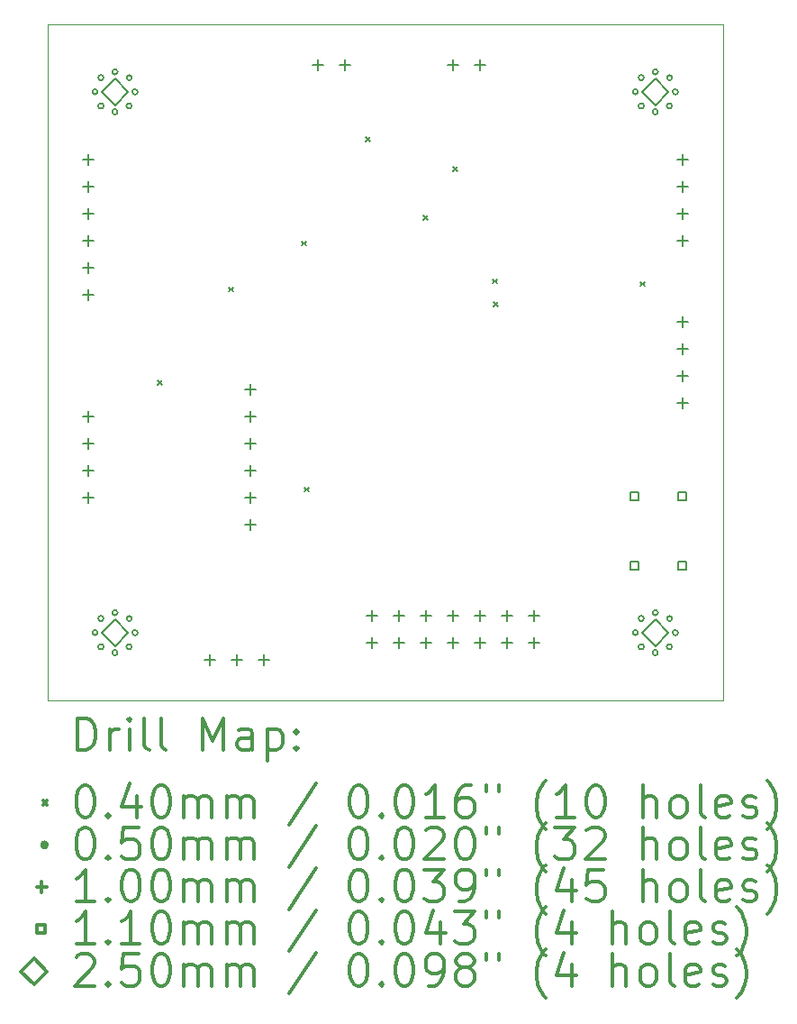
<source format=gbr>
%FSLAX45Y45*%
G04 Gerber Fmt 4.5, Leading zero omitted, Abs format (unit mm)*
G04 Created by KiCad (PCBNEW (5.1.8)-1) date 2021-07-24 22:43:36*
%MOMM*%
%LPD*%
G01*
G04 APERTURE LIST*
%TA.AperFunction,Profile*%
%ADD10C,0.050000*%
%TD*%
%ADD11C,0.200000*%
%ADD12C,0.300000*%
G04 APERTURE END LIST*
D10*
X11823700Y-11912600D02*
X11823700Y-5562600D01*
X18173700Y-11912600D02*
X11823700Y-11912600D01*
X18173700Y-5562600D02*
X18173700Y-11912600D01*
X11823700Y-5562600D02*
X18173700Y-5562600D01*
D11*
X12857800Y-8908100D02*
X12897800Y-8948100D01*
X12897800Y-8908100D02*
X12857800Y-8948100D01*
X13530900Y-8031800D02*
X13570900Y-8071800D01*
X13570900Y-8031800D02*
X13530900Y-8071800D01*
X14216700Y-7600000D02*
X14256700Y-7640000D01*
X14256700Y-7600000D02*
X14216700Y-7640000D01*
X14242100Y-9911400D02*
X14282100Y-9951400D01*
X14282100Y-9911400D02*
X14242100Y-9951400D01*
X14813600Y-6622100D02*
X14853600Y-6662100D01*
X14853600Y-6622100D02*
X14813600Y-6662100D01*
X15359700Y-7358700D02*
X15399700Y-7398700D01*
X15399700Y-7358700D02*
X15359700Y-7398700D01*
X15639100Y-6901500D02*
X15679100Y-6941500D01*
X15679100Y-6901500D02*
X15639100Y-6941500D01*
X16007400Y-7955600D02*
X16047400Y-7995600D01*
X16047400Y-7955600D02*
X16007400Y-7995600D01*
X16020100Y-8171500D02*
X16060100Y-8211500D01*
X16060100Y-8171500D02*
X16020100Y-8211500D01*
X17398050Y-7981000D02*
X17438050Y-8021000D01*
X17438050Y-7981000D02*
X17398050Y-8021000D01*
X17376200Y-6197600D02*
G75*
G03*
X17376200Y-6197600I-25000J0D01*
G01*
X17431118Y-6065017D02*
G75*
G03*
X17431118Y-6065017I-25000J0D01*
G01*
X17431118Y-6330182D02*
G75*
G03*
X17431118Y-6330182I-25000J0D01*
G01*
X17563700Y-6010100D02*
G75*
G03*
X17563700Y-6010100I-25000J0D01*
G01*
X17563700Y-6385100D02*
G75*
G03*
X17563700Y-6385100I-25000J0D01*
G01*
X17696283Y-6065017D02*
G75*
G03*
X17696283Y-6065017I-25000J0D01*
G01*
X17696283Y-6330182D02*
G75*
G03*
X17696283Y-6330182I-25000J0D01*
G01*
X17751200Y-6197600D02*
G75*
G03*
X17751200Y-6197600I-25000J0D01*
G01*
X12296200Y-6197600D02*
G75*
G03*
X12296200Y-6197600I-25000J0D01*
G01*
X12351117Y-6065017D02*
G75*
G03*
X12351117Y-6065017I-25000J0D01*
G01*
X12351117Y-6330182D02*
G75*
G03*
X12351117Y-6330182I-25000J0D01*
G01*
X12483700Y-6010100D02*
G75*
G03*
X12483700Y-6010100I-25000J0D01*
G01*
X12483700Y-6385100D02*
G75*
G03*
X12483700Y-6385100I-25000J0D01*
G01*
X12616282Y-6065017D02*
G75*
G03*
X12616282Y-6065017I-25000J0D01*
G01*
X12616282Y-6330182D02*
G75*
G03*
X12616282Y-6330182I-25000J0D01*
G01*
X12671200Y-6197600D02*
G75*
G03*
X12671200Y-6197600I-25000J0D01*
G01*
X17376200Y-11277600D02*
G75*
G03*
X17376200Y-11277600I-25000J0D01*
G01*
X17431118Y-11145018D02*
G75*
G03*
X17431118Y-11145018I-25000J0D01*
G01*
X17431118Y-11410182D02*
G75*
G03*
X17431118Y-11410182I-25000J0D01*
G01*
X17563700Y-11090100D02*
G75*
G03*
X17563700Y-11090100I-25000J0D01*
G01*
X17563700Y-11465100D02*
G75*
G03*
X17563700Y-11465100I-25000J0D01*
G01*
X17696283Y-11145018D02*
G75*
G03*
X17696283Y-11145018I-25000J0D01*
G01*
X17696283Y-11410182D02*
G75*
G03*
X17696283Y-11410182I-25000J0D01*
G01*
X17751200Y-11277600D02*
G75*
G03*
X17751200Y-11277600I-25000J0D01*
G01*
X12296200Y-11277600D02*
G75*
G03*
X12296200Y-11277600I-25000J0D01*
G01*
X12351117Y-11145018D02*
G75*
G03*
X12351117Y-11145018I-25000J0D01*
G01*
X12351117Y-11410182D02*
G75*
G03*
X12351117Y-11410182I-25000J0D01*
G01*
X12483700Y-11090100D02*
G75*
G03*
X12483700Y-11090100I-25000J0D01*
G01*
X12483700Y-11465100D02*
G75*
G03*
X12483700Y-11465100I-25000J0D01*
G01*
X12616282Y-11145018D02*
G75*
G03*
X12616282Y-11145018I-25000J0D01*
G01*
X12616282Y-11410182D02*
G75*
G03*
X12616282Y-11410182I-25000J0D01*
G01*
X12671200Y-11277600D02*
G75*
G03*
X12671200Y-11277600I-25000J0D01*
G01*
X13728700Y-8941600D02*
X13728700Y-9041600D01*
X13678700Y-8991600D02*
X13778700Y-8991600D01*
X13728700Y-9195600D02*
X13728700Y-9295600D01*
X13678700Y-9245600D02*
X13778700Y-9245600D01*
X13728700Y-9449600D02*
X13728700Y-9549600D01*
X13678700Y-9499600D02*
X13778700Y-9499600D01*
X13728700Y-9703600D02*
X13728700Y-9803600D01*
X13678700Y-9753600D02*
X13778700Y-9753600D01*
X13728700Y-9957600D02*
X13728700Y-10057600D01*
X13678700Y-10007600D02*
X13778700Y-10007600D01*
X13728700Y-10211600D02*
X13728700Y-10311600D01*
X13678700Y-10261600D02*
X13778700Y-10261600D01*
X15633700Y-5893600D02*
X15633700Y-5993600D01*
X15583700Y-5943600D02*
X15683700Y-5943600D01*
X15887700Y-5893600D02*
X15887700Y-5993600D01*
X15837700Y-5943600D02*
X15937700Y-5943600D01*
X12204700Y-6782600D02*
X12204700Y-6882600D01*
X12154700Y-6832600D02*
X12254700Y-6832600D01*
X12204700Y-7036600D02*
X12204700Y-7136600D01*
X12154700Y-7086600D02*
X12254700Y-7086600D01*
X12204700Y-7290600D02*
X12204700Y-7390600D01*
X12154700Y-7340600D02*
X12254700Y-7340600D01*
X12204700Y-7544600D02*
X12204700Y-7644600D01*
X12154700Y-7594600D02*
X12254700Y-7594600D01*
X12204700Y-7798600D02*
X12204700Y-7898600D01*
X12154700Y-7848600D02*
X12254700Y-7848600D01*
X12204700Y-8052600D02*
X12204700Y-8152600D01*
X12154700Y-8102600D02*
X12254700Y-8102600D01*
X17792700Y-8306600D02*
X17792700Y-8406600D01*
X17742700Y-8356600D02*
X17842700Y-8356600D01*
X17792700Y-8560600D02*
X17792700Y-8660600D01*
X17742700Y-8610600D02*
X17842700Y-8610600D01*
X17792700Y-8814600D02*
X17792700Y-8914600D01*
X17742700Y-8864600D02*
X17842700Y-8864600D01*
X17792700Y-9068600D02*
X17792700Y-9168600D01*
X17742700Y-9118600D02*
X17842700Y-9118600D01*
X13347700Y-11481600D02*
X13347700Y-11581600D01*
X13297700Y-11531600D02*
X13397700Y-11531600D01*
X13601700Y-11481600D02*
X13601700Y-11581600D01*
X13551700Y-11531600D02*
X13651700Y-11531600D01*
X13855700Y-11481600D02*
X13855700Y-11581600D01*
X13805700Y-11531600D02*
X13905700Y-11531600D01*
X14363700Y-5893600D02*
X14363700Y-5993600D01*
X14313700Y-5943600D02*
X14413700Y-5943600D01*
X14617700Y-5893600D02*
X14617700Y-5993600D01*
X14567700Y-5943600D02*
X14667700Y-5943600D01*
X17792700Y-6782600D02*
X17792700Y-6882600D01*
X17742700Y-6832600D02*
X17842700Y-6832600D01*
X17792700Y-7036600D02*
X17792700Y-7136600D01*
X17742700Y-7086600D02*
X17842700Y-7086600D01*
X17792700Y-7290600D02*
X17792700Y-7390600D01*
X17742700Y-7340600D02*
X17842700Y-7340600D01*
X17792700Y-7544600D02*
X17792700Y-7644600D01*
X17742700Y-7594600D02*
X17842700Y-7594600D01*
X12204700Y-9195600D02*
X12204700Y-9295600D01*
X12154700Y-9245600D02*
X12254700Y-9245600D01*
X12204700Y-9449600D02*
X12204700Y-9549600D01*
X12154700Y-9499600D02*
X12254700Y-9499600D01*
X12204700Y-9703600D02*
X12204700Y-9803600D01*
X12154700Y-9753600D02*
X12254700Y-9753600D01*
X12204700Y-9957600D02*
X12204700Y-10057600D01*
X12154700Y-10007600D02*
X12254700Y-10007600D01*
X14871700Y-11068850D02*
X14871700Y-11168850D01*
X14821700Y-11118850D02*
X14921700Y-11118850D01*
X14871700Y-11322850D02*
X14871700Y-11422850D01*
X14821700Y-11372850D02*
X14921700Y-11372850D01*
X15125700Y-11068850D02*
X15125700Y-11168850D01*
X15075700Y-11118850D02*
X15175700Y-11118850D01*
X15125700Y-11322850D02*
X15125700Y-11422850D01*
X15075700Y-11372850D02*
X15175700Y-11372850D01*
X15379700Y-11068850D02*
X15379700Y-11168850D01*
X15329700Y-11118850D02*
X15429700Y-11118850D01*
X15379700Y-11322850D02*
X15379700Y-11422850D01*
X15329700Y-11372850D02*
X15429700Y-11372850D01*
X15633700Y-11068850D02*
X15633700Y-11168850D01*
X15583700Y-11118850D02*
X15683700Y-11118850D01*
X15633700Y-11322850D02*
X15633700Y-11422850D01*
X15583700Y-11372850D02*
X15683700Y-11372850D01*
X15887700Y-11068850D02*
X15887700Y-11168850D01*
X15837700Y-11118850D02*
X15937700Y-11118850D01*
X15887700Y-11322850D02*
X15887700Y-11422850D01*
X15837700Y-11372850D02*
X15937700Y-11372850D01*
X16141700Y-11068850D02*
X16141700Y-11168850D01*
X16091700Y-11118850D02*
X16191700Y-11118850D01*
X16141700Y-11322850D02*
X16141700Y-11422850D01*
X16091700Y-11372850D02*
X16191700Y-11372850D01*
X16395700Y-11068850D02*
X16395700Y-11168850D01*
X16345700Y-11118850D02*
X16445700Y-11118850D01*
X16395700Y-11322850D02*
X16395700Y-11422850D01*
X16345700Y-11372850D02*
X16445700Y-11372850D01*
X17380741Y-10037841D02*
X17380741Y-9960059D01*
X17302959Y-9960059D01*
X17302959Y-10037841D01*
X17380741Y-10037841D01*
X17380741Y-10687841D02*
X17380741Y-10610059D01*
X17302959Y-10610059D01*
X17302959Y-10687841D01*
X17380741Y-10687841D01*
X17830741Y-10037841D02*
X17830741Y-9960059D01*
X17752959Y-9960059D01*
X17752959Y-10037841D01*
X17830741Y-10037841D01*
X17830741Y-10687841D02*
X17830741Y-10610059D01*
X17752959Y-10610059D01*
X17752959Y-10687841D01*
X17830741Y-10687841D01*
X12458700Y-11402600D02*
X12583700Y-11277600D01*
X12458700Y-11152600D01*
X12333700Y-11277600D01*
X12458700Y-11402600D01*
X17538700Y-6322600D02*
X17663700Y-6197600D01*
X17538700Y-6072600D01*
X17413700Y-6197600D01*
X17538700Y-6322600D01*
X12458700Y-6322600D02*
X12583700Y-6197600D01*
X12458700Y-6072600D01*
X12333700Y-6197600D01*
X12458700Y-6322600D01*
X17538700Y-11402600D02*
X17663700Y-11277600D01*
X17538700Y-11152600D01*
X17413700Y-11277600D01*
X17538700Y-11402600D01*
D12*
X12107628Y-12380814D02*
X12107628Y-12080814D01*
X12179057Y-12080814D01*
X12221914Y-12095100D01*
X12250486Y-12123671D01*
X12264771Y-12152243D01*
X12279057Y-12209386D01*
X12279057Y-12252243D01*
X12264771Y-12309386D01*
X12250486Y-12337957D01*
X12221914Y-12366529D01*
X12179057Y-12380814D01*
X12107628Y-12380814D01*
X12407628Y-12380814D02*
X12407628Y-12180814D01*
X12407628Y-12237957D02*
X12421914Y-12209386D01*
X12436200Y-12195100D01*
X12464771Y-12180814D01*
X12493343Y-12180814D01*
X12593343Y-12380814D02*
X12593343Y-12180814D01*
X12593343Y-12080814D02*
X12579057Y-12095100D01*
X12593343Y-12109386D01*
X12607628Y-12095100D01*
X12593343Y-12080814D01*
X12593343Y-12109386D01*
X12779057Y-12380814D02*
X12750486Y-12366529D01*
X12736200Y-12337957D01*
X12736200Y-12080814D01*
X12936200Y-12380814D02*
X12907628Y-12366529D01*
X12893343Y-12337957D01*
X12893343Y-12080814D01*
X13279057Y-12380814D02*
X13279057Y-12080814D01*
X13379057Y-12295100D01*
X13479057Y-12080814D01*
X13479057Y-12380814D01*
X13750486Y-12380814D02*
X13750486Y-12223671D01*
X13736200Y-12195100D01*
X13707628Y-12180814D01*
X13650486Y-12180814D01*
X13621914Y-12195100D01*
X13750486Y-12366529D02*
X13721914Y-12380814D01*
X13650486Y-12380814D01*
X13621914Y-12366529D01*
X13607628Y-12337957D01*
X13607628Y-12309386D01*
X13621914Y-12280814D01*
X13650486Y-12266529D01*
X13721914Y-12266529D01*
X13750486Y-12252243D01*
X13893343Y-12180814D02*
X13893343Y-12480814D01*
X13893343Y-12195100D02*
X13921914Y-12180814D01*
X13979057Y-12180814D01*
X14007628Y-12195100D01*
X14021914Y-12209386D01*
X14036200Y-12237957D01*
X14036200Y-12323671D01*
X14021914Y-12352243D01*
X14007628Y-12366529D01*
X13979057Y-12380814D01*
X13921914Y-12380814D01*
X13893343Y-12366529D01*
X14164771Y-12352243D02*
X14179057Y-12366529D01*
X14164771Y-12380814D01*
X14150486Y-12366529D01*
X14164771Y-12352243D01*
X14164771Y-12380814D01*
X14164771Y-12195100D02*
X14179057Y-12209386D01*
X14164771Y-12223671D01*
X14150486Y-12209386D01*
X14164771Y-12195100D01*
X14164771Y-12223671D01*
X11781200Y-12855100D02*
X11821200Y-12895100D01*
X11821200Y-12855100D02*
X11781200Y-12895100D01*
X12164771Y-12710814D02*
X12193343Y-12710814D01*
X12221914Y-12725100D01*
X12236200Y-12739386D01*
X12250486Y-12767957D01*
X12264771Y-12825100D01*
X12264771Y-12896529D01*
X12250486Y-12953671D01*
X12236200Y-12982243D01*
X12221914Y-12996529D01*
X12193343Y-13010814D01*
X12164771Y-13010814D01*
X12136200Y-12996529D01*
X12121914Y-12982243D01*
X12107628Y-12953671D01*
X12093343Y-12896529D01*
X12093343Y-12825100D01*
X12107628Y-12767957D01*
X12121914Y-12739386D01*
X12136200Y-12725100D01*
X12164771Y-12710814D01*
X12393343Y-12982243D02*
X12407628Y-12996529D01*
X12393343Y-13010814D01*
X12379057Y-12996529D01*
X12393343Y-12982243D01*
X12393343Y-13010814D01*
X12664771Y-12810814D02*
X12664771Y-13010814D01*
X12593343Y-12696529D02*
X12521914Y-12910814D01*
X12707628Y-12910814D01*
X12879057Y-12710814D02*
X12907628Y-12710814D01*
X12936200Y-12725100D01*
X12950486Y-12739386D01*
X12964771Y-12767957D01*
X12979057Y-12825100D01*
X12979057Y-12896529D01*
X12964771Y-12953671D01*
X12950486Y-12982243D01*
X12936200Y-12996529D01*
X12907628Y-13010814D01*
X12879057Y-13010814D01*
X12850486Y-12996529D01*
X12836200Y-12982243D01*
X12821914Y-12953671D01*
X12807628Y-12896529D01*
X12807628Y-12825100D01*
X12821914Y-12767957D01*
X12836200Y-12739386D01*
X12850486Y-12725100D01*
X12879057Y-12710814D01*
X13107628Y-13010814D02*
X13107628Y-12810814D01*
X13107628Y-12839386D02*
X13121914Y-12825100D01*
X13150486Y-12810814D01*
X13193343Y-12810814D01*
X13221914Y-12825100D01*
X13236200Y-12853671D01*
X13236200Y-13010814D01*
X13236200Y-12853671D02*
X13250486Y-12825100D01*
X13279057Y-12810814D01*
X13321914Y-12810814D01*
X13350486Y-12825100D01*
X13364771Y-12853671D01*
X13364771Y-13010814D01*
X13507628Y-13010814D02*
X13507628Y-12810814D01*
X13507628Y-12839386D02*
X13521914Y-12825100D01*
X13550486Y-12810814D01*
X13593343Y-12810814D01*
X13621914Y-12825100D01*
X13636200Y-12853671D01*
X13636200Y-13010814D01*
X13636200Y-12853671D02*
X13650486Y-12825100D01*
X13679057Y-12810814D01*
X13721914Y-12810814D01*
X13750486Y-12825100D01*
X13764771Y-12853671D01*
X13764771Y-13010814D01*
X14350486Y-12696529D02*
X14093343Y-13082243D01*
X14736200Y-12710814D02*
X14764771Y-12710814D01*
X14793343Y-12725100D01*
X14807628Y-12739386D01*
X14821914Y-12767957D01*
X14836200Y-12825100D01*
X14836200Y-12896529D01*
X14821914Y-12953671D01*
X14807628Y-12982243D01*
X14793343Y-12996529D01*
X14764771Y-13010814D01*
X14736200Y-13010814D01*
X14707628Y-12996529D01*
X14693343Y-12982243D01*
X14679057Y-12953671D01*
X14664771Y-12896529D01*
X14664771Y-12825100D01*
X14679057Y-12767957D01*
X14693343Y-12739386D01*
X14707628Y-12725100D01*
X14736200Y-12710814D01*
X14964771Y-12982243D02*
X14979057Y-12996529D01*
X14964771Y-13010814D01*
X14950486Y-12996529D01*
X14964771Y-12982243D01*
X14964771Y-13010814D01*
X15164771Y-12710814D02*
X15193343Y-12710814D01*
X15221914Y-12725100D01*
X15236200Y-12739386D01*
X15250486Y-12767957D01*
X15264771Y-12825100D01*
X15264771Y-12896529D01*
X15250486Y-12953671D01*
X15236200Y-12982243D01*
X15221914Y-12996529D01*
X15193343Y-13010814D01*
X15164771Y-13010814D01*
X15136200Y-12996529D01*
X15121914Y-12982243D01*
X15107628Y-12953671D01*
X15093343Y-12896529D01*
X15093343Y-12825100D01*
X15107628Y-12767957D01*
X15121914Y-12739386D01*
X15136200Y-12725100D01*
X15164771Y-12710814D01*
X15550486Y-13010814D02*
X15379057Y-13010814D01*
X15464771Y-13010814D02*
X15464771Y-12710814D01*
X15436200Y-12753671D01*
X15407628Y-12782243D01*
X15379057Y-12796529D01*
X15807628Y-12710814D02*
X15750486Y-12710814D01*
X15721914Y-12725100D01*
X15707628Y-12739386D01*
X15679057Y-12782243D01*
X15664771Y-12839386D01*
X15664771Y-12953671D01*
X15679057Y-12982243D01*
X15693343Y-12996529D01*
X15721914Y-13010814D01*
X15779057Y-13010814D01*
X15807628Y-12996529D01*
X15821914Y-12982243D01*
X15836200Y-12953671D01*
X15836200Y-12882243D01*
X15821914Y-12853671D01*
X15807628Y-12839386D01*
X15779057Y-12825100D01*
X15721914Y-12825100D01*
X15693343Y-12839386D01*
X15679057Y-12853671D01*
X15664771Y-12882243D01*
X15950486Y-12710814D02*
X15950486Y-12767957D01*
X16064771Y-12710814D02*
X16064771Y-12767957D01*
X16507628Y-13125100D02*
X16493343Y-13110814D01*
X16464771Y-13067957D01*
X16450486Y-13039386D01*
X16436200Y-12996529D01*
X16421914Y-12925100D01*
X16421914Y-12867957D01*
X16436200Y-12796529D01*
X16450486Y-12753671D01*
X16464771Y-12725100D01*
X16493343Y-12682243D01*
X16507628Y-12667957D01*
X16779057Y-13010814D02*
X16607628Y-13010814D01*
X16693343Y-13010814D02*
X16693343Y-12710814D01*
X16664771Y-12753671D01*
X16636200Y-12782243D01*
X16607628Y-12796529D01*
X16964771Y-12710814D02*
X16993343Y-12710814D01*
X17021914Y-12725100D01*
X17036200Y-12739386D01*
X17050486Y-12767957D01*
X17064771Y-12825100D01*
X17064771Y-12896529D01*
X17050486Y-12953671D01*
X17036200Y-12982243D01*
X17021914Y-12996529D01*
X16993343Y-13010814D01*
X16964771Y-13010814D01*
X16936200Y-12996529D01*
X16921914Y-12982243D01*
X16907628Y-12953671D01*
X16893343Y-12896529D01*
X16893343Y-12825100D01*
X16907628Y-12767957D01*
X16921914Y-12739386D01*
X16936200Y-12725100D01*
X16964771Y-12710814D01*
X17421914Y-13010814D02*
X17421914Y-12710814D01*
X17550486Y-13010814D02*
X17550486Y-12853671D01*
X17536200Y-12825100D01*
X17507628Y-12810814D01*
X17464771Y-12810814D01*
X17436200Y-12825100D01*
X17421914Y-12839386D01*
X17736200Y-13010814D02*
X17707628Y-12996529D01*
X17693343Y-12982243D01*
X17679057Y-12953671D01*
X17679057Y-12867957D01*
X17693343Y-12839386D01*
X17707628Y-12825100D01*
X17736200Y-12810814D01*
X17779057Y-12810814D01*
X17807628Y-12825100D01*
X17821914Y-12839386D01*
X17836200Y-12867957D01*
X17836200Y-12953671D01*
X17821914Y-12982243D01*
X17807628Y-12996529D01*
X17779057Y-13010814D01*
X17736200Y-13010814D01*
X18007628Y-13010814D02*
X17979057Y-12996529D01*
X17964771Y-12967957D01*
X17964771Y-12710814D01*
X18236200Y-12996529D02*
X18207628Y-13010814D01*
X18150486Y-13010814D01*
X18121914Y-12996529D01*
X18107628Y-12967957D01*
X18107628Y-12853671D01*
X18121914Y-12825100D01*
X18150486Y-12810814D01*
X18207628Y-12810814D01*
X18236200Y-12825100D01*
X18250486Y-12853671D01*
X18250486Y-12882243D01*
X18107628Y-12910814D01*
X18364771Y-12996529D02*
X18393343Y-13010814D01*
X18450486Y-13010814D01*
X18479057Y-12996529D01*
X18493343Y-12967957D01*
X18493343Y-12953671D01*
X18479057Y-12925100D01*
X18450486Y-12910814D01*
X18407628Y-12910814D01*
X18379057Y-12896529D01*
X18364771Y-12867957D01*
X18364771Y-12853671D01*
X18379057Y-12825100D01*
X18407628Y-12810814D01*
X18450486Y-12810814D01*
X18479057Y-12825100D01*
X18593343Y-13125100D02*
X18607628Y-13110814D01*
X18636200Y-13067957D01*
X18650486Y-13039386D01*
X18664771Y-12996529D01*
X18679057Y-12925100D01*
X18679057Y-12867957D01*
X18664771Y-12796529D01*
X18650486Y-12753671D01*
X18636200Y-12725100D01*
X18607628Y-12682243D01*
X18593343Y-12667957D01*
X11821200Y-13271100D02*
G75*
G03*
X11821200Y-13271100I-25000J0D01*
G01*
X12164771Y-13106814D02*
X12193343Y-13106814D01*
X12221914Y-13121100D01*
X12236200Y-13135386D01*
X12250486Y-13163957D01*
X12264771Y-13221100D01*
X12264771Y-13292529D01*
X12250486Y-13349671D01*
X12236200Y-13378243D01*
X12221914Y-13392529D01*
X12193343Y-13406814D01*
X12164771Y-13406814D01*
X12136200Y-13392529D01*
X12121914Y-13378243D01*
X12107628Y-13349671D01*
X12093343Y-13292529D01*
X12093343Y-13221100D01*
X12107628Y-13163957D01*
X12121914Y-13135386D01*
X12136200Y-13121100D01*
X12164771Y-13106814D01*
X12393343Y-13378243D02*
X12407628Y-13392529D01*
X12393343Y-13406814D01*
X12379057Y-13392529D01*
X12393343Y-13378243D01*
X12393343Y-13406814D01*
X12679057Y-13106814D02*
X12536200Y-13106814D01*
X12521914Y-13249671D01*
X12536200Y-13235386D01*
X12564771Y-13221100D01*
X12636200Y-13221100D01*
X12664771Y-13235386D01*
X12679057Y-13249671D01*
X12693343Y-13278243D01*
X12693343Y-13349671D01*
X12679057Y-13378243D01*
X12664771Y-13392529D01*
X12636200Y-13406814D01*
X12564771Y-13406814D01*
X12536200Y-13392529D01*
X12521914Y-13378243D01*
X12879057Y-13106814D02*
X12907628Y-13106814D01*
X12936200Y-13121100D01*
X12950486Y-13135386D01*
X12964771Y-13163957D01*
X12979057Y-13221100D01*
X12979057Y-13292529D01*
X12964771Y-13349671D01*
X12950486Y-13378243D01*
X12936200Y-13392529D01*
X12907628Y-13406814D01*
X12879057Y-13406814D01*
X12850486Y-13392529D01*
X12836200Y-13378243D01*
X12821914Y-13349671D01*
X12807628Y-13292529D01*
X12807628Y-13221100D01*
X12821914Y-13163957D01*
X12836200Y-13135386D01*
X12850486Y-13121100D01*
X12879057Y-13106814D01*
X13107628Y-13406814D02*
X13107628Y-13206814D01*
X13107628Y-13235386D02*
X13121914Y-13221100D01*
X13150486Y-13206814D01*
X13193343Y-13206814D01*
X13221914Y-13221100D01*
X13236200Y-13249671D01*
X13236200Y-13406814D01*
X13236200Y-13249671D02*
X13250486Y-13221100D01*
X13279057Y-13206814D01*
X13321914Y-13206814D01*
X13350486Y-13221100D01*
X13364771Y-13249671D01*
X13364771Y-13406814D01*
X13507628Y-13406814D02*
X13507628Y-13206814D01*
X13507628Y-13235386D02*
X13521914Y-13221100D01*
X13550486Y-13206814D01*
X13593343Y-13206814D01*
X13621914Y-13221100D01*
X13636200Y-13249671D01*
X13636200Y-13406814D01*
X13636200Y-13249671D02*
X13650486Y-13221100D01*
X13679057Y-13206814D01*
X13721914Y-13206814D01*
X13750486Y-13221100D01*
X13764771Y-13249671D01*
X13764771Y-13406814D01*
X14350486Y-13092529D02*
X14093343Y-13478243D01*
X14736200Y-13106814D02*
X14764771Y-13106814D01*
X14793343Y-13121100D01*
X14807628Y-13135386D01*
X14821914Y-13163957D01*
X14836200Y-13221100D01*
X14836200Y-13292529D01*
X14821914Y-13349671D01*
X14807628Y-13378243D01*
X14793343Y-13392529D01*
X14764771Y-13406814D01*
X14736200Y-13406814D01*
X14707628Y-13392529D01*
X14693343Y-13378243D01*
X14679057Y-13349671D01*
X14664771Y-13292529D01*
X14664771Y-13221100D01*
X14679057Y-13163957D01*
X14693343Y-13135386D01*
X14707628Y-13121100D01*
X14736200Y-13106814D01*
X14964771Y-13378243D02*
X14979057Y-13392529D01*
X14964771Y-13406814D01*
X14950486Y-13392529D01*
X14964771Y-13378243D01*
X14964771Y-13406814D01*
X15164771Y-13106814D02*
X15193343Y-13106814D01*
X15221914Y-13121100D01*
X15236200Y-13135386D01*
X15250486Y-13163957D01*
X15264771Y-13221100D01*
X15264771Y-13292529D01*
X15250486Y-13349671D01*
X15236200Y-13378243D01*
X15221914Y-13392529D01*
X15193343Y-13406814D01*
X15164771Y-13406814D01*
X15136200Y-13392529D01*
X15121914Y-13378243D01*
X15107628Y-13349671D01*
X15093343Y-13292529D01*
X15093343Y-13221100D01*
X15107628Y-13163957D01*
X15121914Y-13135386D01*
X15136200Y-13121100D01*
X15164771Y-13106814D01*
X15379057Y-13135386D02*
X15393343Y-13121100D01*
X15421914Y-13106814D01*
X15493343Y-13106814D01*
X15521914Y-13121100D01*
X15536200Y-13135386D01*
X15550486Y-13163957D01*
X15550486Y-13192529D01*
X15536200Y-13235386D01*
X15364771Y-13406814D01*
X15550486Y-13406814D01*
X15736200Y-13106814D02*
X15764771Y-13106814D01*
X15793343Y-13121100D01*
X15807628Y-13135386D01*
X15821914Y-13163957D01*
X15836200Y-13221100D01*
X15836200Y-13292529D01*
X15821914Y-13349671D01*
X15807628Y-13378243D01*
X15793343Y-13392529D01*
X15764771Y-13406814D01*
X15736200Y-13406814D01*
X15707628Y-13392529D01*
X15693343Y-13378243D01*
X15679057Y-13349671D01*
X15664771Y-13292529D01*
X15664771Y-13221100D01*
X15679057Y-13163957D01*
X15693343Y-13135386D01*
X15707628Y-13121100D01*
X15736200Y-13106814D01*
X15950486Y-13106814D02*
X15950486Y-13163957D01*
X16064771Y-13106814D02*
X16064771Y-13163957D01*
X16507628Y-13521100D02*
X16493343Y-13506814D01*
X16464771Y-13463957D01*
X16450486Y-13435386D01*
X16436200Y-13392529D01*
X16421914Y-13321100D01*
X16421914Y-13263957D01*
X16436200Y-13192529D01*
X16450486Y-13149671D01*
X16464771Y-13121100D01*
X16493343Y-13078243D01*
X16507628Y-13063957D01*
X16593343Y-13106814D02*
X16779057Y-13106814D01*
X16679057Y-13221100D01*
X16721914Y-13221100D01*
X16750486Y-13235386D01*
X16764771Y-13249671D01*
X16779057Y-13278243D01*
X16779057Y-13349671D01*
X16764771Y-13378243D01*
X16750486Y-13392529D01*
X16721914Y-13406814D01*
X16636200Y-13406814D01*
X16607628Y-13392529D01*
X16593343Y-13378243D01*
X16893343Y-13135386D02*
X16907628Y-13121100D01*
X16936200Y-13106814D01*
X17007628Y-13106814D01*
X17036200Y-13121100D01*
X17050486Y-13135386D01*
X17064771Y-13163957D01*
X17064771Y-13192529D01*
X17050486Y-13235386D01*
X16879057Y-13406814D01*
X17064771Y-13406814D01*
X17421914Y-13406814D02*
X17421914Y-13106814D01*
X17550486Y-13406814D02*
X17550486Y-13249671D01*
X17536200Y-13221100D01*
X17507628Y-13206814D01*
X17464771Y-13206814D01*
X17436200Y-13221100D01*
X17421914Y-13235386D01*
X17736200Y-13406814D02*
X17707628Y-13392529D01*
X17693343Y-13378243D01*
X17679057Y-13349671D01*
X17679057Y-13263957D01*
X17693343Y-13235386D01*
X17707628Y-13221100D01*
X17736200Y-13206814D01*
X17779057Y-13206814D01*
X17807628Y-13221100D01*
X17821914Y-13235386D01*
X17836200Y-13263957D01*
X17836200Y-13349671D01*
X17821914Y-13378243D01*
X17807628Y-13392529D01*
X17779057Y-13406814D01*
X17736200Y-13406814D01*
X18007628Y-13406814D02*
X17979057Y-13392529D01*
X17964771Y-13363957D01*
X17964771Y-13106814D01*
X18236200Y-13392529D02*
X18207628Y-13406814D01*
X18150486Y-13406814D01*
X18121914Y-13392529D01*
X18107628Y-13363957D01*
X18107628Y-13249671D01*
X18121914Y-13221100D01*
X18150486Y-13206814D01*
X18207628Y-13206814D01*
X18236200Y-13221100D01*
X18250486Y-13249671D01*
X18250486Y-13278243D01*
X18107628Y-13306814D01*
X18364771Y-13392529D02*
X18393343Y-13406814D01*
X18450486Y-13406814D01*
X18479057Y-13392529D01*
X18493343Y-13363957D01*
X18493343Y-13349671D01*
X18479057Y-13321100D01*
X18450486Y-13306814D01*
X18407628Y-13306814D01*
X18379057Y-13292529D01*
X18364771Y-13263957D01*
X18364771Y-13249671D01*
X18379057Y-13221100D01*
X18407628Y-13206814D01*
X18450486Y-13206814D01*
X18479057Y-13221100D01*
X18593343Y-13521100D02*
X18607628Y-13506814D01*
X18636200Y-13463957D01*
X18650486Y-13435386D01*
X18664771Y-13392529D01*
X18679057Y-13321100D01*
X18679057Y-13263957D01*
X18664771Y-13192529D01*
X18650486Y-13149671D01*
X18636200Y-13121100D01*
X18607628Y-13078243D01*
X18593343Y-13063957D01*
X11771200Y-13617100D02*
X11771200Y-13717100D01*
X11721200Y-13667100D02*
X11821200Y-13667100D01*
X12264771Y-13802814D02*
X12093343Y-13802814D01*
X12179057Y-13802814D02*
X12179057Y-13502814D01*
X12150486Y-13545671D01*
X12121914Y-13574243D01*
X12093343Y-13588529D01*
X12393343Y-13774243D02*
X12407628Y-13788529D01*
X12393343Y-13802814D01*
X12379057Y-13788529D01*
X12393343Y-13774243D01*
X12393343Y-13802814D01*
X12593343Y-13502814D02*
X12621914Y-13502814D01*
X12650486Y-13517100D01*
X12664771Y-13531386D01*
X12679057Y-13559957D01*
X12693343Y-13617100D01*
X12693343Y-13688529D01*
X12679057Y-13745671D01*
X12664771Y-13774243D01*
X12650486Y-13788529D01*
X12621914Y-13802814D01*
X12593343Y-13802814D01*
X12564771Y-13788529D01*
X12550486Y-13774243D01*
X12536200Y-13745671D01*
X12521914Y-13688529D01*
X12521914Y-13617100D01*
X12536200Y-13559957D01*
X12550486Y-13531386D01*
X12564771Y-13517100D01*
X12593343Y-13502814D01*
X12879057Y-13502814D02*
X12907628Y-13502814D01*
X12936200Y-13517100D01*
X12950486Y-13531386D01*
X12964771Y-13559957D01*
X12979057Y-13617100D01*
X12979057Y-13688529D01*
X12964771Y-13745671D01*
X12950486Y-13774243D01*
X12936200Y-13788529D01*
X12907628Y-13802814D01*
X12879057Y-13802814D01*
X12850486Y-13788529D01*
X12836200Y-13774243D01*
X12821914Y-13745671D01*
X12807628Y-13688529D01*
X12807628Y-13617100D01*
X12821914Y-13559957D01*
X12836200Y-13531386D01*
X12850486Y-13517100D01*
X12879057Y-13502814D01*
X13107628Y-13802814D02*
X13107628Y-13602814D01*
X13107628Y-13631386D02*
X13121914Y-13617100D01*
X13150486Y-13602814D01*
X13193343Y-13602814D01*
X13221914Y-13617100D01*
X13236200Y-13645671D01*
X13236200Y-13802814D01*
X13236200Y-13645671D02*
X13250486Y-13617100D01*
X13279057Y-13602814D01*
X13321914Y-13602814D01*
X13350486Y-13617100D01*
X13364771Y-13645671D01*
X13364771Y-13802814D01*
X13507628Y-13802814D02*
X13507628Y-13602814D01*
X13507628Y-13631386D02*
X13521914Y-13617100D01*
X13550486Y-13602814D01*
X13593343Y-13602814D01*
X13621914Y-13617100D01*
X13636200Y-13645671D01*
X13636200Y-13802814D01*
X13636200Y-13645671D02*
X13650486Y-13617100D01*
X13679057Y-13602814D01*
X13721914Y-13602814D01*
X13750486Y-13617100D01*
X13764771Y-13645671D01*
X13764771Y-13802814D01*
X14350486Y-13488529D02*
X14093343Y-13874243D01*
X14736200Y-13502814D02*
X14764771Y-13502814D01*
X14793343Y-13517100D01*
X14807628Y-13531386D01*
X14821914Y-13559957D01*
X14836200Y-13617100D01*
X14836200Y-13688529D01*
X14821914Y-13745671D01*
X14807628Y-13774243D01*
X14793343Y-13788529D01*
X14764771Y-13802814D01*
X14736200Y-13802814D01*
X14707628Y-13788529D01*
X14693343Y-13774243D01*
X14679057Y-13745671D01*
X14664771Y-13688529D01*
X14664771Y-13617100D01*
X14679057Y-13559957D01*
X14693343Y-13531386D01*
X14707628Y-13517100D01*
X14736200Y-13502814D01*
X14964771Y-13774243D02*
X14979057Y-13788529D01*
X14964771Y-13802814D01*
X14950486Y-13788529D01*
X14964771Y-13774243D01*
X14964771Y-13802814D01*
X15164771Y-13502814D02*
X15193343Y-13502814D01*
X15221914Y-13517100D01*
X15236200Y-13531386D01*
X15250486Y-13559957D01*
X15264771Y-13617100D01*
X15264771Y-13688529D01*
X15250486Y-13745671D01*
X15236200Y-13774243D01*
X15221914Y-13788529D01*
X15193343Y-13802814D01*
X15164771Y-13802814D01*
X15136200Y-13788529D01*
X15121914Y-13774243D01*
X15107628Y-13745671D01*
X15093343Y-13688529D01*
X15093343Y-13617100D01*
X15107628Y-13559957D01*
X15121914Y-13531386D01*
X15136200Y-13517100D01*
X15164771Y-13502814D01*
X15364771Y-13502814D02*
X15550486Y-13502814D01*
X15450486Y-13617100D01*
X15493343Y-13617100D01*
X15521914Y-13631386D01*
X15536200Y-13645671D01*
X15550486Y-13674243D01*
X15550486Y-13745671D01*
X15536200Y-13774243D01*
X15521914Y-13788529D01*
X15493343Y-13802814D01*
X15407628Y-13802814D01*
X15379057Y-13788529D01*
X15364771Y-13774243D01*
X15693343Y-13802814D02*
X15750486Y-13802814D01*
X15779057Y-13788529D01*
X15793343Y-13774243D01*
X15821914Y-13731386D01*
X15836200Y-13674243D01*
X15836200Y-13559957D01*
X15821914Y-13531386D01*
X15807628Y-13517100D01*
X15779057Y-13502814D01*
X15721914Y-13502814D01*
X15693343Y-13517100D01*
X15679057Y-13531386D01*
X15664771Y-13559957D01*
X15664771Y-13631386D01*
X15679057Y-13659957D01*
X15693343Y-13674243D01*
X15721914Y-13688529D01*
X15779057Y-13688529D01*
X15807628Y-13674243D01*
X15821914Y-13659957D01*
X15836200Y-13631386D01*
X15950486Y-13502814D02*
X15950486Y-13559957D01*
X16064771Y-13502814D02*
X16064771Y-13559957D01*
X16507628Y-13917100D02*
X16493343Y-13902814D01*
X16464771Y-13859957D01*
X16450486Y-13831386D01*
X16436200Y-13788529D01*
X16421914Y-13717100D01*
X16421914Y-13659957D01*
X16436200Y-13588529D01*
X16450486Y-13545671D01*
X16464771Y-13517100D01*
X16493343Y-13474243D01*
X16507628Y-13459957D01*
X16750486Y-13602814D02*
X16750486Y-13802814D01*
X16679057Y-13488529D02*
X16607628Y-13702814D01*
X16793343Y-13702814D01*
X17050486Y-13502814D02*
X16907628Y-13502814D01*
X16893343Y-13645671D01*
X16907628Y-13631386D01*
X16936200Y-13617100D01*
X17007628Y-13617100D01*
X17036200Y-13631386D01*
X17050486Y-13645671D01*
X17064771Y-13674243D01*
X17064771Y-13745671D01*
X17050486Y-13774243D01*
X17036200Y-13788529D01*
X17007628Y-13802814D01*
X16936200Y-13802814D01*
X16907628Y-13788529D01*
X16893343Y-13774243D01*
X17421914Y-13802814D02*
X17421914Y-13502814D01*
X17550486Y-13802814D02*
X17550486Y-13645671D01*
X17536200Y-13617100D01*
X17507628Y-13602814D01*
X17464771Y-13602814D01*
X17436200Y-13617100D01*
X17421914Y-13631386D01*
X17736200Y-13802814D02*
X17707628Y-13788529D01*
X17693343Y-13774243D01*
X17679057Y-13745671D01*
X17679057Y-13659957D01*
X17693343Y-13631386D01*
X17707628Y-13617100D01*
X17736200Y-13602814D01*
X17779057Y-13602814D01*
X17807628Y-13617100D01*
X17821914Y-13631386D01*
X17836200Y-13659957D01*
X17836200Y-13745671D01*
X17821914Y-13774243D01*
X17807628Y-13788529D01*
X17779057Y-13802814D01*
X17736200Y-13802814D01*
X18007628Y-13802814D02*
X17979057Y-13788529D01*
X17964771Y-13759957D01*
X17964771Y-13502814D01*
X18236200Y-13788529D02*
X18207628Y-13802814D01*
X18150486Y-13802814D01*
X18121914Y-13788529D01*
X18107628Y-13759957D01*
X18107628Y-13645671D01*
X18121914Y-13617100D01*
X18150486Y-13602814D01*
X18207628Y-13602814D01*
X18236200Y-13617100D01*
X18250486Y-13645671D01*
X18250486Y-13674243D01*
X18107628Y-13702814D01*
X18364771Y-13788529D02*
X18393343Y-13802814D01*
X18450486Y-13802814D01*
X18479057Y-13788529D01*
X18493343Y-13759957D01*
X18493343Y-13745671D01*
X18479057Y-13717100D01*
X18450486Y-13702814D01*
X18407628Y-13702814D01*
X18379057Y-13688529D01*
X18364771Y-13659957D01*
X18364771Y-13645671D01*
X18379057Y-13617100D01*
X18407628Y-13602814D01*
X18450486Y-13602814D01*
X18479057Y-13617100D01*
X18593343Y-13917100D02*
X18607628Y-13902814D01*
X18636200Y-13859957D01*
X18650486Y-13831386D01*
X18664771Y-13788529D01*
X18679057Y-13717100D01*
X18679057Y-13659957D01*
X18664771Y-13588529D01*
X18650486Y-13545671D01*
X18636200Y-13517100D01*
X18607628Y-13474243D01*
X18593343Y-13459957D01*
X11805091Y-14101991D02*
X11805091Y-14024209D01*
X11727309Y-14024209D01*
X11727309Y-14101991D01*
X11805091Y-14101991D01*
X12264771Y-14198814D02*
X12093343Y-14198814D01*
X12179057Y-14198814D02*
X12179057Y-13898814D01*
X12150486Y-13941671D01*
X12121914Y-13970243D01*
X12093343Y-13984529D01*
X12393343Y-14170243D02*
X12407628Y-14184529D01*
X12393343Y-14198814D01*
X12379057Y-14184529D01*
X12393343Y-14170243D01*
X12393343Y-14198814D01*
X12693343Y-14198814D02*
X12521914Y-14198814D01*
X12607628Y-14198814D02*
X12607628Y-13898814D01*
X12579057Y-13941671D01*
X12550486Y-13970243D01*
X12521914Y-13984529D01*
X12879057Y-13898814D02*
X12907628Y-13898814D01*
X12936200Y-13913100D01*
X12950486Y-13927386D01*
X12964771Y-13955957D01*
X12979057Y-14013100D01*
X12979057Y-14084529D01*
X12964771Y-14141671D01*
X12950486Y-14170243D01*
X12936200Y-14184529D01*
X12907628Y-14198814D01*
X12879057Y-14198814D01*
X12850486Y-14184529D01*
X12836200Y-14170243D01*
X12821914Y-14141671D01*
X12807628Y-14084529D01*
X12807628Y-14013100D01*
X12821914Y-13955957D01*
X12836200Y-13927386D01*
X12850486Y-13913100D01*
X12879057Y-13898814D01*
X13107628Y-14198814D02*
X13107628Y-13998814D01*
X13107628Y-14027386D02*
X13121914Y-14013100D01*
X13150486Y-13998814D01*
X13193343Y-13998814D01*
X13221914Y-14013100D01*
X13236200Y-14041671D01*
X13236200Y-14198814D01*
X13236200Y-14041671D02*
X13250486Y-14013100D01*
X13279057Y-13998814D01*
X13321914Y-13998814D01*
X13350486Y-14013100D01*
X13364771Y-14041671D01*
X13364771Y-14198814D01*
X13507628Y-14198814D02*
X13507628Y-13998814D01*
X13507628Y-14027386D02*
X13521914Y-14013100D01*
X13550486Y-13998814D01*
X13593343Y-13998814D01*
X13621914Y-14013100D01*
X13636200Y-14041671D01*
X13636200Y-14198814D01*
X13636200Y-14041671D02*
X13650486Y-14013100D01*
X13679057Y-13998814D01*
X13721914Y-13998814D01*
X13750486Y-14013100D01*
X13764771Y-14041671D01*
X13764771Y-14198814D01*
X14350486Y-13884529D02*
X14093343Y-14270243D01*
X14736200Y-13898814D02*
X14764771Y-13898814D01*
X14793343Y-13913100D01*
X14807628Y-13927386D01*
X14821914Y-13955957D01*
X14836200Y-14013100D01*
X14836200Y-14084529D01*
X14821914Y-14141671D01*
X14807628Y-14170243D01*
X14793343Y-14184529D01*
X14764771Y-14198814D01*
X14736200Y-14198814D01*
X14707628Y-14184529D01*
X14693343Y-14170243D01*
X14679057Y-14141671D01*
X14664771Y-14084529D01*
X14664771Y-14013100D01*
X14679057Y-13955957D01*
X14693343Y-13927386D01*
X14707628Y-13913100D01*
X14736200Y-13898814D01*
X14964771Y-14170243D02*
X14979057Y-14184529D01*
X14964771Y-14198814D01*
X14950486Y-14184529D01*
X14964771Y-14170243D01*
X14964771Y-14198814D01*
X15164771Y-13898814D02*
X15193343Y-13898814D01*
X15221914Y-13913100D01*
X15236200Y-13927386D01*
X15250486Y-13955957D01*
X15264771Y-14013100D01*
X15264771Y-14084529D01*
X15250486Y-14141671D01*
X15236200Y-14170243D01*
X15221914Y-14184529D01*
X15193343Y-14198814D01*
X15164771Y-14198814D01*
X15136200Y-14184529D01*
X15121914Y-14170243D01*
X15107628Y-14141671D01*
X15093343Y-14084529D01*
X15093343Y-14013100D01*
X15107628Y-13955957D01*
X15121914Y-13927386D01*
X15136200Y-13913100D01*
X15164771Y-13898814D01*
X15521914Y-13998814D02*
X15521914Y-14198814D01*
X15450486Y-13884529D02*
X15379057Y-14098814D01*
X15564771Y-14098814D01*
X15650486Y-13898814D02*
X15836200Y-13898814D01*
X15736200Y-14013100D01*
X15779057Y-14013100D01*
X15807628Y-14027386D01*
X15821914Y-14041671D01*
X15836200Y-14070243D01*
X15836200Y-14141671D01*
X15821914Y-14170243D01*
X15807628Y-14184529D01*
X15779057Y-14198814D01*
X15693343Y-14198814D01*
X15664771Y-14184529D01*
X15650486Y-14170243D01*
X15950486Y-13898814D02*
X15950486Y-13955957D01*
X16064771Y-13898814D02*
X16064771Y-13955957D01*
X16507628Y-14313100D02*
X16493343Y-14298814D01*
X16464771Y-14255957D01*
X16450486Y-14227386D01*
X16436200Y-14184529D01*
X16421914Y-14113100D01*
X16421914Y-14055957D01*
X16436200Y-13984529D01*
X16450486Y-13941671D01*
X16464771Y-13913100D01*
X16493343Y-13870243D01*
X16507628Y-13855957D01*
X16750486Y-13998814D02*
X16750486Y-14198814D01*
X16679057Y-13884529D02*
X16607628Y-14098814D01*
X16793343Y-14098814D01*
X17136200Y-14198814D02*
X17136200Y-13898814D01*
X17264771Y-14198814D02*
X17264771Y-14041671D01*
X17250486Y-14013100D01*
X17221914Y-13998814D01*
X17179057Y-13998814D01*
X17150486Y-14013100D01*
X17136200Y-14027386D01*
X17450486Y-14198814D02*
X17421914Y-14184529D01*
X17407628Y-14170243D01*
X17393343Y-14141671D01*
X17393343Y-14055957D01*
X17407628Y-14027386D01*
X17421914Y-14013100D01*
X17450486Y-13998814D01*
X17493343Y-13998814D01*
X17521914Y-14013100D01*
X17536200Y-14027386D01*
X17550486Y-14055957D01*
X17550486Y-14141671D01*
X17536200Y-14170243D01*
X17521914Y-14184529D01*
X17493343Y-14198814D01*
X17450486Y-14198814D01*
X17721914Y-14198814D02*
X17693343Y-14184529D01*
X17679057Y-14155957D01*
X17679057Y-13898814D01*
X17950486Y-14184529D02*
X17921914Y-14198814D01*
X17864771Y-14198814D01*
X17836200Y-14184529D01*
X17821914Y-14155957D01*
X17821914Y-14041671D01*
X17836200Y-14013100D01*
X17864771Y-13998814D01*
X17921914Y-13998814D01*
X17950486Y-14013100D01*
X17964771Y-14041671D01*
X17964771Y-14070243D01*
X17821914Y-14098814D01*
X18079057Y-14184529D02*
X18107628Y-14198814D01*
X18164771Y-14198814D01*
X18193343Y-14184529D01*
X18207628Y-14155957D01*
X18207628Y-14141671D01*
X18193343Y-14113100D01*
X18164771Y-14098814D01*
X18121914Y-14098814D01*
X18093343Y-14084529D01*
X18079057Y-14055957D01*
X18079057Y-14041671D01*
X18093343Y-14013100D01*
X18121914Y-13998814D01*
X18164771Y-13998814D01*
X18193343Y-14013100D01*
X18307628Y-14313100D02*
X18321914Y-14298814D01*
X18350486Y-14255957D01*
X18364771Y-14227386D01*
X18379057Y-14184529D01*
X18393343Y-14113100D01*
X18393343Y-14055957D01*
X18379057Y-13984529D01*
X18364771Y-13941671D01*
X18350486Y-13913100D01*
X18321914Y-13870243D01*
X18307628Y-13855957D01*
X11696200Y-14584100D02*
X11821200Y-14459100D01*
X11696200Y-14334100D01*
X11571200Y-14459100D01*
X11696200Y-14584100D01*
X12093343Y-14323386D02*
X12107628Y-14309100D01*
X12136200Y-14294814D01*
X12207628Y-14294814D01*
X12236200Y-14309100D01*
X12250486Y-14323386D01*
X12264771Y-14351957D01*
X12264771Y-14380529D01*
X12250486Y-14423386D01*
X12079057Y-14594814D01*
X12264771Y-14594814D01*
X12393343Y-14566243D02*
X12407628Y-14580529D01*
X12393343Y-14594814D01*
X12379057Y-14580529D01*
X12393343Y-14566243D01*
X12393343Y-14594814D01*
X12679057Y-14294814D02*
X12536200Y-14294814D01*
X12521914Y-14437671D01*
X12536200Y-14423386D01*
X12564771Y-14409100D01*
X12636200Y-14409100D01*
X12664771Y-14423386D01*
X12679057Y-14437671D01*
X12693343Y-14466243D01*
X12693343Y-14537671D01*
X12679057Y-14566243D01*
X12664771Y-14580529D01*
X12636200Y-14594814D01*
X12564771Y-14594814D01*
X12536200Y-14580529D01*
X12521914Y-14566243D01*
X12879057Y-14294814D02*
X12907628Y-14294814D01*
X12936200Y-14309100D01*
X12950486Y-14323386D01*
X12964771Y-14351957D01*
X12979057Y-14409100D01*
X12979057Y-14480529D01*
X12964771Y-14537671D01*
X12950486Y-14566243D01*
X12936200Y-14580529D01*
X12907628Y-14594814D01*
X12879057Y-14594814D01*
X12850486Y-14580529D01*
X12836200Y-14566243D01*
X12821914Y-14537671D01*
X12807628Y-14480529D01*
X12807628Y-14409100D01*
X12821914Y-14351957D01*
X12836200Y-14323386D01*
X12850486Y-14309100D01*
X12879057Y-14294814D01*
X13107628Y-14594814D02*
X13107628Y-14394814D01*
X13107628Y-14423386D02*
X13121914Y-14409100D01*
X13150486Y-14394814D01*
X13193343Y-14394814D01*
X13221914Y-14409100D01*
X13236200Y-14437671D01*
X13236200Y-14594814D01*
X13236200Y-14437671D02*
X13250486Y-14409100D01*
X13279057Y-14394814D01*
X13321914Y-14394814D01*
X13350486Y-14409100D01*
X13364771Y-14437671D01*
X13364771Y-14594814D01*
X13507628Y-14594814D02*
X13507628Y-14394814D01*
X13507628Y-14423386D02*
X13521914Y-14409100D01*
X13550486Y-14394814D01*
X13593343Y-14394814D01*
X13621914Y-14409100D01*
X13636200Y-14437671D01*
X13636200Y-14594814D01*
X13636200Y-14437671D02*
X13650486Y-14409100D01*
X13679057Y-14394814D01*
X13721914Y-14394814D01*
X13750486Y-14409100D01*
X13764771Y-14437671D01*
X13764771Y-14594814D01*
X14350486Y-14280529D02*
X14093343Y-14666243D01*
X14736200Y-14294814D02*
X14764771Y-14294814D01*
X14793343Y-14309100D01*
X14807628Y-14323386D01*
X14821914Y-14351957D01*
X14836200Y-14409100D01*
X14836200Y-14480529D01*
X14821914Y-14537671D01*
X14807628Y-14566243D01*
X14793343Y-14580529D01*
X14764771Y-14594814D01*
X14736200Y-14594814D01*
X14707628Y-14580529D01*
X14693343Y-14566243D01*
X14679057Y-14537671D01*
X14664771Y-14480529D01*
X14664771Y-14409100D01*
X14679057Y-14351957D01*
X14693343Y-14323386D01*
X14707628Y-14309100D01*
X14736200Y-14294814D01*
X14964771Y-14566243D02*
X14979057Y-14580529D01*
X14964771Y-14594814D01*
X14950486Y-14580529D01*
X14964771Y-14566243D01*
X14964771Y-14594814D01*
X15164771Y-14294814D02*
X15193343Y-14294814D01*
X15221914Y-14309100D01*
X15236200Y-14323386D01*
X15250486Y-14351957D01*
X15264771Y-14409100D01*
X15264771Y-14480529D01*
X15250486Y-14537671D01*
X15236200Y-14566243D01*
X15221914Y-14580529D01*
X15193343Y-14594814D01*
X15164771Y-14594814D01*
X15136200Y-14580529D01*
X15121914Y-14566243D01*
X15107628Y-14537671D01*
X15093343Y-14480529D01*
X15093343Y-14409100D01*
X15107628Y-14351957D01*
X15121914Y-14323386D01*
X15136200Y-14309100D01*
X15164771Y-14294814D01*
X15407628Y-14594814D02*
X15464771Y-14594814D01*
X15493343Y-14580529D01*
X15507628Y-14566243D01*
X15536200Y-14523386D01*
X15550486Y-14466243D01*
X15550486Y-14351957D01*
X15536200Y-14323386D01*
X15521914Y-14309100D01*
X15493343Y-14294814D01*
X15436200Y-14294814D01*
X15407628Y-14309100D01*
X15393343Y-14323386D01*
X15379057Y-14351957D01*
X15379057Y-14423386D01*
X15393343Y-14451957D01*
X15407628Y-14466243D01*
X15436200Y-14480529D01*
X15493343Y-14480529D01*
X15521914Y-14466243D01*
X15536200Y-14451957D01*
X15550486Y-14423386D01*
X15721914Y-14423386D02*
X15693343Y-14409100D01*
X15679057Y-14394814D01*
X15664771Y-14366243D01*
X15664771Y-14351957D01*
X15679057Y-14323386D01*
X15693343Y-14309100D01*
X15721914Y-14294814D01*
X15779057Y-14294814D01*
X15807628Y-14309100D01*
X15821914Y-14323386D01*
X15836200Y-14351957D01*
X15836200Y-14366243D01*
X15821914Y-14394814D01*
X15807628Y-14409100D01*
X15779057Y-14423386D01*
X15721914Y-14423386D01*
X15693343Y-14437671D01*
X15679057Y-14451957D01*
X15664771Y-14480529D01*
X15664771Y-14537671D01*
X15679057Y-14566243D01*
X15693343Y-14580529D01*
X15721914Y-14594814D01*
X15779057Y-14594814D01*
X15807628Y-14580529D01*
X15821914Y-14566243D01*
X15836200Y-14537671D01*
X15836200Y-14480529D01*
X15821914Y-14451957D01*
X15807628Y-14437671D01*
X15779057Y-14423386D01*
X15950486Y-14294814D02*
X15950486Y-14351957D01*
X16064771Y-14294814D02*
X16064771Y-14351957D01*
X16507628Y-14709100D02*
X16493343Y-14694814D01*
X16464771Y-14651957D01*
X16450486Y-14623386D01*
X16436200Y-14580529D01*
X16421914Y-14509100D01*
X16421914Y-14451957D01*
X16436200Y-14380529D01*
X16450486Y-14337671D01*
X16464771Y-14309100D01*
X16493343Y-14266243D01*
X16507628Y-14251957D01*
X16750486Y-14394814D02*
X16750486Y-14594814D01*
X16679057Y-14280529D02*
X16607628Y-14494814D01*
X16793343Y-14494814D01*
X17136200Y-14594814D02*
X17136200Y-14294814D01*
X17264771Y-14594814D02*
X17264771Y-14437671D01*
X17250486Y-14409100D01*
X17221914Y-14394814D01*
X17179057Y-14394814D01*
X17150486Y-14409100D01*
X17136200Y-14423386D01*
X17450486Y-14594814D02*
X17421914Y-14580529D01*
X17407628Y-14566243D01*
X17393343Y-14537671D01*
X17393343Y-14451957D01*
X17407628Y-14423386D01*
X17421914Y-14409100D01*
X17450486Y-14394814D01*
X17493343Y-14394814D01*
X17521914Y-14409100D01*
X17536200Y-14423386D01*
X17550486Y-14451957D01*
X17550486Y-14537671D01*
X17536200Y-14566243D01*
X17521914Y-14580529D01*
X17493343Y-14594814D01*
X17450486Y-14594814D01*
X17721914Y-14594814D02*
X17693343Y-14580529D01*
X17679057Y-14551957D01*
X17679057Y-14294814D01*
X17950486Y-14580529D02*
X17921914Y-14594814D01*
X17864771Y-14594814D01*
X17836200Y-14580529D01*
X17821914Y-14551957D01*
X17821914Y-14437671D01*
X17836200Y-14409100D01*
X17864771Y-14394814D01*
X17921914Y-14394814D01*
X17950486Y-14409100D01*
X17964771Y-14437671D01*
X17964771Y-14466243D01*
X17821914Y-14494814D01*
X18079057Y-14580529D02*
X18107628Y-14594814D01*
X18164771Y-14594814D01*
X18193343Y-14580529D01*
X18207628Y-14551957D01*
X18207628Y-14537671D01*
X18193343Y-14509100D01*
X18164771Y-14494814D01*
X18121914Y-14494814D01*
X18093343Y-14480529D01*
X18079057Y-14451957D01*
X18079057Y-14437671D01*
X18093343Y-14409100D01*
X18121914Y-14394814D01*
X18164771Y-14394814D01*
X18193343Y-14409100D01*
X18307628Y-14709100D02*
X18321914Y-14694814D01*
X18350486Y-14651957D01*
X18364771Y-14623386D01*
X18379057Y-14580529D01*
X18393343Y-14509100D01*
X18393343Y-14451957D01*
X18379057Y-14380529D01*
X18364771Y-14337671D01*
X18350486Y-14309100D01*
X18321914Y-14266243D01*
X18307628Y-14251957D01*
M02*

</source>
